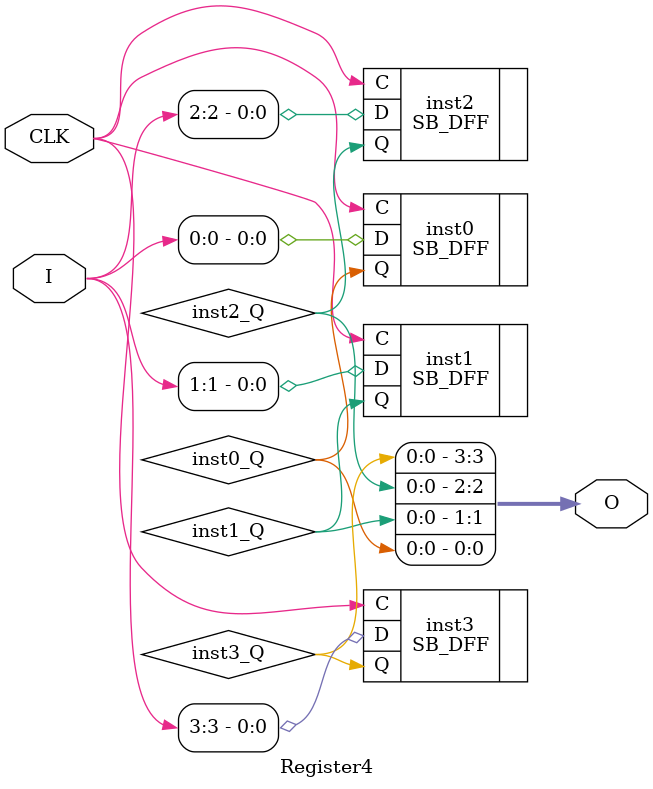
<source format=v>
module Register4 (input [3:0] I, output [3:0] O, input  CLK);
wire  inst0_Q;
wire  inst1_Q;
wire  inst2_Q;
wire  inst3_Q;
SB_DFF inst0 (.C(CLK), .D(I[0]), .Q(inst0_Q));
SB_DFF inst1 (.C(CLK), .D(I[1]), .Q(inst1_Q));
SB_DFF inst2 (.C(CLK), .D(I[2]), .Q(inst2_Q));
SB_DFF inst3 (.C(CLK), .D(I[3]), .Q(inst3_Q));
assign O = {inst3_Q,inst2_Q,inst1_Q,inst0_Q};
endmodule


</source>
